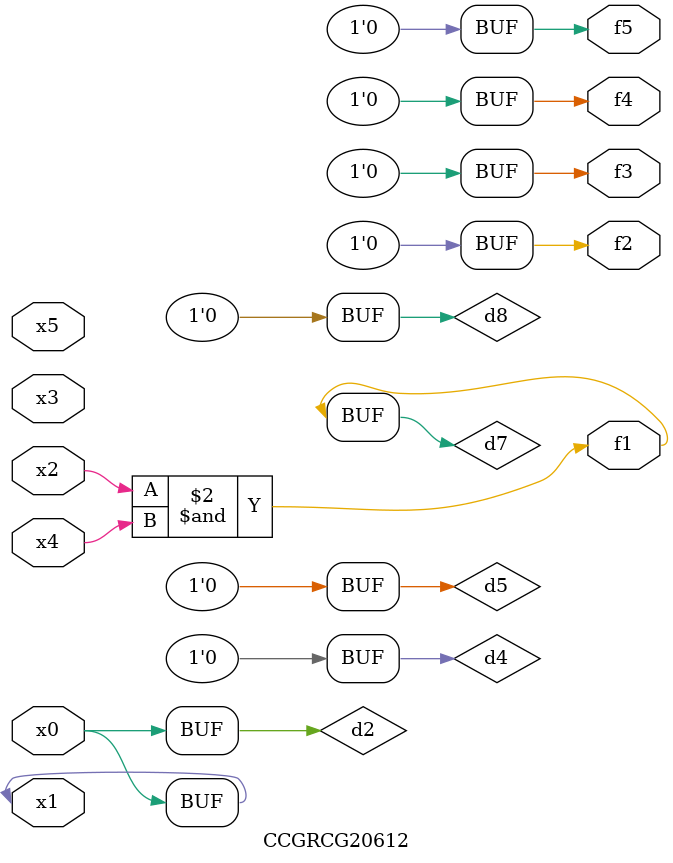
<source format=v>
module CCGRCG20612(
	input x0, x1, x2, x3, x4, x5,
	output f1, f2, f3, f4, f5
);

	wire d1, d2, d3, d4, d5, d6, d7, d8, d9;

	nand (d1, x1);
	buf (d2, x0, x1);
	nand (d3, x2, x4);
	and (d4, d1, d2);
	and (d5, d1, d2);
	nand (d6, d1, d3);
	not (d7, d3);
	xor (d8, d5);
	nor (d9, d5, d6);
	assign f1 = d7;
	assign f2 = d8;
	assign f3 = d8;
	assign f4 = d8;
	assign f5 = d8;
endmodule

</source>
